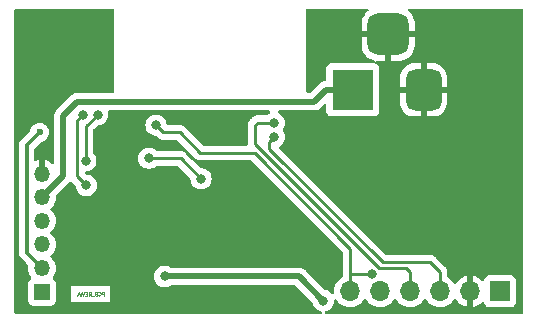
<source format=gbr>
%TF.GenerationSoftware,KiCad,Pcbnew,7.0.6*%
%TF.CreationDate,2024-04-30T22:03:54+02:00*%
%TF.ProjectId,MB-V2,4d422d56-322e-46b6-9963-61645f706362,rev?*%
%TF.SameCoordinates,Original*%
%TF.FileFunction,Copper,L2,Bot*%
%TF.FilePolarity,Positive*%
%FSLAX46Y46*%
G04 Gerber Fmt 4.6, Leading zero omitted, Abs format (unit mm)*
G04 Created by KiCad (PCBNEW 7.0.6) date 2024-04-30 22:03:54*
%MOMM*%
%LPD*%
G01*
G04 APERTURE LIST*
G04 Aperture macros list*
%AMRoundRect*
0 Rectangle with rounded corners*
0 $1 Rounding radius*
0 $2 $3 $4 $5 $6 $7 $8 $9 X,Y pos of 4 corners*
0 Add a 4 corners polygon primitive as box body*
4,1,4,$2,$3,$4,$5,$6,$7,$8,$9,$2,$3,0*
0 Add four circle primitives for the rounded corners*
1,1,$1+$1,$2,$3*
1,1,$1+$1,$4,$5*
1,1,$1+$1,$6,$7*
1,1,$1+$1,$8,$9*
0 Add four rect primitives between the rounded corners*
20,1,$1+$1,$2,$3,$4,$5,0*
20,1,$1+$1,$4,$5,$6,$7,0*
20,1,$1+$1,$6,$7,$8,$9,0*
20,1,$1+$1,$8,$9,$2,$3,0*%
G04 Aperture macros list end*
%ADD10C,0.075000*%
%TA.AperFunction,NonConductor*%
%ADD11C,0.075000*%
%TD*%
%TA.AperFunction,ComponentPad*%
%ADD12R,3.500000X3.500000*%
%TD*%
%TA.AperFunction,ComponentPad*%
%ADD13RoundRect,0.750000X0.750000X1.000000X-0.750000X1.000000X-0.750000X-1.000000X0.750000X-1.000000X0*%
%TD*%
%TA.AperFunction,ComponentPad*%
%ADD14RoundRect,0.875000X0.875000X0.875000X-0.875000X0.875000X-0.875000X-0.875000X0.875000X-0.875000X0*%
%TD*%
%TA.AperFunction,ComponentPad*%
%ADD15R,1.700000X1.700000*%
%TD*%
%TA.AperFunction,ComponentPad*%
%ADD16O,1.700000X1.700000*%
%TD*%
%TA.AperFunction,ComponentPad*%
%ADD17R,1.350000X1.350000*%
%TD*%
%TA.AperFunction,ComponentPad*%
%ADD18O,1.350000X1.350000*%
%TD*%
%TA.AperFunction,ViaPad*%
%ADD19C,0.800000*%
%TD*%
%TA.AperFunction,ViaPad*%
%ADD20C,0.600000*%
%TD*%
%TA.AperFunction,Conductor*%
%ADD21C,0.500000*%
%TD*%
%TA.AperFunction,Conductor*%
%ADD22C,0.250000*%
%TD*%
%TA.AperFunction,Conductor*%
%ADD23C,0.300000*%
%TD*%
G04 APERTURE END LIST*
D10*
D11*
X143649229Y-113719385D02*
X143649229Y-113419385D01*
X143649229Y-113419385D02*
X143534943Y-113419385D01*
X143534943Y-113419385D02*
X143506372Y-113433671D01*
X143506372Y-113433671D02*
X143492086Y-113447957D01*
X143492086Y-113447957D02*
X143477800Y-113476528D01*
X143477800Y-113476528D02*
X143477800Y-113519385D01*
X143477800Y-113519385D02*
X143492086Y-113547957D01*
X143492086Y-113547957D02*
X143506372Y-113562242D01*
X143506372Y-113562242D02*
X143534943Y-113576528D01*
X143534943Y-113576528D02*
X143649229Y-113576528D01*
X143177800Y-113690814D02*
X143192086Y-113705100D01*
X143192086Y-113705100D02*
X143234943Y-113719385D01*
X143234943Y-113719385D02*
X143263515Y-113719385D01*
X143263515Y-113719385D02*
X143306372Y-113705100D01*
X143306372Y-113705100D02*
X143334943Y-113676528D01*
X143334943Y-113676528D02*
X143349229Y-113647957D01*
X143349229Y-113647957D02*
X143363515Y-113590814D01*
X143363515Y-113590814D02*
X143363515Y-113547957D01*
X143363515Y-113547957D02*
X143349229Y-113490814D01*
X143349229Y-113490814D02*
X143334943Y-113462242D01*
X143334943Y-113462242D02*
X143306372Y-113433671D01*
X143306372Y-113433671D02*
X143263515Y-113419385D01*
X143263515Y-113419385D02*
X143234943Y-113419385D01*
X143234943Y-113419385D02*
X143192086Y-113433671D01*
X143192086Y-113433671D02*
X143177800Y-113447957D01*
X142949229Y-113562242D02*
X142906372Y-113576528D01*
X142906372Y-113576528D02*
X142892086Y-113590814D01*
X142892086Y-113590814D02*
X142877800Y-113619385D01*
X142877800Y-113619385D02*
X142877800Y-113662242D01*
X142877800Y-113662242D02*
X142892086Y-113690814D01*
X142892086Y-113690814D02*
X142906372Y-113705100D01*
X142906372Y-113705100D02*
X142934943Y-113719385D01*
X142934943Y-113719385D02*
X143049229Y-113719385D01*
X143049229Y-113719385D02*
X143049229Y-113419385D01*
X143049229Y-113419385D02*
X142949229Y-113419385D01*
X142949229Y-113419385D02*
X142920658Y-113433671D01*
X142920658Y-113433671D02*
X142906372Y-113447957D01*
X142906372Y-113447957D02*
X142892086Y-113476528D01*
X142892086Y-113476528D02*
X142892086Y-113505100D01*
X142892086Y-113505100D02*
X142906372Y-113533671D01*
X142906372Y-113533671D02*
X142920658Y-113547957D01*
X142920658Y-113547957D02*
X142949229Y-113562242D01*
X142949229Y-113562242D02*
X143049229Y-113562242D01*
X142820658Y-113747957D02*
X142592086Y-113747957D01*
X142349229Y-113719385D02*
X142449229Y-113576528D01*
X142520658Y-113719385D02*
X142520658Y-113419385D01*
X142520658Y-113419385D02*
X142406372Y-113419385D01*
X142406372Y-113419385D02*
X142377801Y-113433671D01*
X142377801Y-113433671D02*
X142363515Y-113447957D01*
X142363515Y-113447957D02*
X142349229Y-113476528D01*
X142349229Y-113476528D02*
X142349229Y-113519385D01*
X142349229Y-113519385D02*
X142363515Y-113547957D01*
X142363515Y-113547957D02*
X142377801Y-113562242D01*
X142377801Y-113562242D02*
X142406372Y-113576528D01*
X142406372Y-113576528D02*
X142520658Y-113576528D01*
X142220658Y-113562242D02*
X142120658Y-113562242D01*
X142077801Y-113719385D02*
X142220658Y-113719385D01*
X142220658Y-113719385D02*
X142220658Y-113419385D01*
X142220658Y-113419385D02*
X142077801Y-113419385D01*
X141992086Y-113419385D02*
X141892086Y-113719385D01*
X141892086Y-113719385D02*
X141792086Y-113419385D01*
X141692086Y-113690814D02*
X141677800Y-113705100D01*
X141677800Y-113705100D02*
X141692086Y-113719385D01*
X141692086Y-113719385D02*
X141706372Y-113705100D01*
X141706372Y-113705100D02*
X141692086Y-113690814D01*
X141692086Y-113690814D02*
X141692086Y-113719385D01*
X141692086Y-113533671D02*
X141677800Y-113547957D01*
X141677800Y-113547957D02*
X141692086Y-113562242D01*
X141692086Y-113562242D02*
X141706372Y-113547957D01*
X141706372Y-113547957D02*
X141692086Y-113533671D01*
X141692086Y-113533671D02*
X141692086Y-113562242D01*
X141563515Y-113633671D02*
X141420658Y-113633671D01*
X141592086Y-113719385D02*
X141492086Y-113419385D01*
X141492086Y-113419385D02*
X141392086Y-113719385D01*
D12*
%TO.P,J3,1,Pin_1*%
%TO.N,/+5V*%
X164710000Y-96307500D03*
D13*
%TO.P,J3,2,Pin_2*%
%TO.N,/GND*%
X170710000Y-96307500D03*
D14*
%TO.P,J3,3,Pin_3*%
X167710000Y-91607500D03*
%TD*%
D15*
%TO.P,J1,1,Pin_1*%
%TO.N,/3V3*%
X177180000Y-113370000D03*
D16*
%TO.P,J1,2,Pin_2*%
%TO.N,/GND*%
X174640000Y-113370000D03*
%TO.P,J1,3,Pin_3*%
%TO.N,/RX*%
X172100000Y-113370000D03*
%TO.P,J1,4,Pin_4*%
%TO.N,/TX*%
X169560000Y-113370000D03*
%TO.P,J1,5,Pin_5*%
%TO.N,/FLS*%
X167020000Y-113370000D03*
%TO.P,J1,6,Pin_6*%
%TO.N,/RST*%
X164480000Y-113370000D03*
%TD*%
D17*
%TO.P,J4,1,Pin_1*%
%TO.N,/R*%
X138400000Y-113400000D03*
D18*
%TO.P,J4,2,Pin_2*%
%TO.N,/G*%
X138400000Y-111400000D03*
%TO.P,J4,3,Pin_3*%
%TO.N,/B*%
X138400000Y-109400000D03*
%TO.P,J4,4,Pin_4*%
%TO.N,/IR*%
X138400000Y-107400000D03*
%TO.P,J4,5,Pin_5*%
%TO.N,/+5V*%
X138400000Y-105400000D03*
%TO.P,J4,6,Pin_6*%
%TO.N,/GND*%
X138400000Y-103400000D03*
%TD*%
D19*
%TO.N,/GND*%
X141950000Y-95850000D03*
X168850000Y-99100000D03*
X140700000Y-111600000D03*
X138450000Y-97700000D03*
X167050000Y-108700000D03*
X174050000Y-105700000D03*
X177250000Y-100500000D03*
X142000000Y-91600000D03*
X162600000Y-112050000D03*
%TO.N,/3V3*%
X162210000Y-114150000D03*
X148770000Y-112110000D03*
%TO.N,/RX*%
X158050000Y-100300000D03*
%TO.N,/TX*%
X158050000Y-99100000D03*
%TO.N,/RST*%
X166350000Y-111900000D03*
X148050000Y-99300000D03*
D20*
%TO.N,/G*%
X138200000Y-99900000D03*
D19*
%TO.N,Net-(U1-EN)*%
X147450000Y-102100000D03*
X151860000Y-103830000D03*
%TO.N,Net-(Q2-B)*%
X141850000Y-98400000D03*
X142150000Y-104400000D03*
%TO.N,Net-(Q3-B)*%
X143100000Y-98400000D03*
X142100000Y-102300000D03*
%TD*%
D21*
%TO.N,/+5V*%
X140200000Y-98500000D02*
X140200000Y-103600000D01*
X140200000Y-103600000D02*
X138400000Y-105400000D01*
X141400000Y-97300000D02*
X140200000Y-98500000D01*
X164710000Y-96307500D02*
X162412500Y-96307500D01*
X162412500Y-96307500D02*
X161420000Y-97300000D01*
X161420000Y-97300000D02*
X141400000Y-97300000D01*
%TO.N,/3V3*%
X162210000Y-114150000D02*
X160170000Y-112110000D01*
X160170000Y-112110000D02*
X148770000Y-112110000D01*
D22*
%TO.N,/RX*%
X167250000Y-110900000D02*
X157650000Y-101300000D01*
X157650000Y-101300000D02*
X157650000Y-100700000D01*
X172100000Y-113370000D02*
X172100000Y-111750000D01*
X172100000Y-111750000D02*
X171250000Y-110900000D01*
X157650000Y-100700000D02*
X158050000Y-100300000D01*
X171250000Y-110900000D02*
X167250000Y-110900000D01*
%TO.N,/TX*%
X169580000Y-111700000D02*
X169580000Y-113350000D01*
X156450000Y-99300000D02*
X156450000Y-100900000D01*
X156650000Y-99100000D02*
X156450000Y-99300000D01*
X166900000Y-111350000D02*
X169230000Y-111350000D01*
X169580000Y-113350000D02*
X169560000Y-113370000D01*
X169230000Y-111350000D02*
X169580000Y-111700000D01*
X156450000Y-100900000D02*
X166900000Y-111350000D01*
X158050000Y-99100000D02*
X156650000Y-99100000D01*
%TO.N,/RST*%
X150050000Y-99900000D02*
X151800000Y-101650000D01*
X164500000Y-109750000D02*
X164500000Y-111890000D01*
X148050000Y-99300000D02*
X148650000Y-99900000D01*
X164510000Y-111900000D02*
X164500000Y-111890000D01*
X166350000Y-111900000D02*
X164510000Y-111900000D01*
X148650000Y-99900000D02*
X150050000Y-99900000D01*
X164500000Y-111890000D02*
X164500000Y-112900000D01*
X156400000Y-101650000D02*
X164500000Y-109750000D01*
X151800000Y-101650000D02*
X156400000Y-101650000D01*
D23*
%TO.N,/G*%
X137100000Y-101000000D02*
X137100000Y-110100000D01*
X137100000Y-110100000D02*
X138400000Y-111400000D01*
X138200000Y-99900000D02*
X137100000Y-101000000D01*
D22*
%TO.N,Net-(U1-EN)*%
X150130000Y-102100000D02*
X147450000Y-102100000D01*
X151860000Y-103830000D02*
X150130000Y-102100000D01*
%TO.N,Net-(Q2-B)*%
X141350000Y-98900000D02*
X141350000Y-103600000D01*
X141350000Y-103600000D02*
X142150000Y-104400000D01*
X141850000Y-98400000D02*
X141350000Y-98900000D01*
%TO.N,Net-(Q3-B)*%
X142100000Y-99400000D02*
X142100000Y-102300000D01*
X143100000Y-98400000D02*
X142100000Y-99400000D01*
%TD*%
%TA.AperFunction,Conductor*%
%TO.N,/GND*%
G36*
X144473039Y-89440185D02*
G01*
X144518794Y-89492989D01*
X144530000Y-89544500D01*
X144530000Y-96425500D01*
X144510315Y-96492539D01*
X144457511Y-96538294D01*
X144406000Y-96549500D01*
X141463705Y-96549500D01*
X141445735Y-96548191D01*
X141421972Y-96544710D01*
X141376890Y-96548655D01*
X141369933Y-96549264D01*
X141364532Y-96549500D01*
X141356287Y-96549500D01*
X141330222Y-96552546D01*
X141323705Y-96553308D01*
X141318403Y-96553771D01*
X141247201Y-96560001D01*
X141240134Y-96561461D01*
X141240122Y-96561404D01*
X141232753Y-96563038D01*
X141232767Y-96563095D01*
X141225739Y-96564760D01*
X141153567Y-96591028D01*
X141153568Y-96591028D01*
X141080665Y-96615186D01*
X141080663Y-96615186D01*
X141080660Y-96615188D01*
X141074123Y-96618236D01*
X141074098Y-96618184D01*
X141067310Y-96621470D01*
X141067336Y-96621521D01*
X141060885Y-96624761D01*
X140996723Y-96666961D01*
X140931346Y-96707285D01*
X140925682Y-96711765D01*
X140925646Y-96711719D01*
X140919798Y-96716484D01*
X140919835Y-96716528D01*
X140914310Y-96721164D01*
X140861614Y-96777017D01*
X139714358Y-97924272D01*
X139700729Y-97936051D01*
X139681468Y-97950390D01*
X139647898Y-97990397D01*
X139644253Y-97994376D01*
X139638409Y-98000222D01*
X139618059Y-98025959D01*
X139568695Y-98084789D01*
X139564729Y-98090819D01*
X139564682Y-98090788D01*
X139560630Y-98097147D01*
X139560679Y-98097177D01*
X139556889Y-98103321D01*
X139524424Y-98172941D01*
X139489960Y-98241566D01*
X139487488Y-98248357D01*
X139487432Y-98248336D01*
X139484960Y-98255450D01*
X139485015Y-98255469D01*
X139482742Y-98262327D01*
X139480964Y-98270940D01*
X139467207Y-98337565D01*
X139454001Y-98393284D01*
X139449498Y-98412286D01*
X139448661Y-98419454D01*
X139448601Y-98419447D01*
X139447835Y-98426945D01*
X139447895Y-98426951D01*
X139447265Y-98434140D01*
X139449500Y-98510916D01*
X139449500Y-102485944D01*
X139429815Y-102552983D01*
X139377011Y-102598738D01*
X139307853Y-102608682D01*
X139244297Y-102579657D01*
X139241962Y-102577582D01*
X139111127Y-102458312D01*
X138925987Y-102343677D01*
X138925985Y-102343676D01*
X138722931Y-102265013D01*
X138722921Y-102265010D01*
X138650001Y-102251378D01*
X138650000Y-102251379D01*
X138650000Y-103084314D01*
X138638045Y-103072359D01*
X138525148Y-103014835D01*
X138431481Y-103000000D01*
X138368519Y-103000000D01*
X138274852Y-103014835D01*
X138161955Y-103072359D01*
X138150000Y-103084313D01*
X138150000Y-102251379D01*
X138149998Y-102251378D01*
X138077078Y-102265010D01*
X138077068Y-102265013D01*
X137919294Y-102326135D01*
X137849670Y-102331997D01*
X137787930Y-102299287D01*
X137753675Y-102238390D01*
X137750500Y-102210508D01*
X137750500Y-101320807D01*
X137770185Y-101253768D01*
X137786819Y-101233126D01*
X138040542Y-100979403D01*
X138298224Y-100721720D01*
X138359545Y-100688237D01*
X138372019Y-100686183D01*
X138379255Y-100685368D01*
X138549522Y-100625789D01*
X138702262Y-100529816D01*
X138829816Y-100402262D01*
X138925789Y-100249522D01*
X138985368Y-100079255D01*
X139001991Y-99931722D01*
X139005565Y-99900003D01*
X139005565Y-99899996D01*
X138985369Y-99720750D01*
X138985368Y-99720745D01*
X138925788Y-99550476D01*
X138850012Y-99429880D01*
X138829816Y-99397738D01*
X138702262Y-99270184D01*
X138686715Y-99260415D01*
X138549523Y-99174211D01*
X138379254Y-99114631D01*
X138379249Y-99114630D01*
X138200004Y-99094435D01*
X138199996Y-99094435D01*
X138020750Y-99114630D01*
X138020745Y-99114631D01*
X137850476Y-99174211D01*
X137697737Y-99270184D01*
X137570184Y-99397737D01*
X137474210Y-99550478D01*
X137414632Y-99720744D01*
X137414630Y-99720752D01*
X137413815Y-99727988D01*
X137386743Y-99792400D01*
X137378277Y-99801775D01*
X136700483Y-100479569D01*
X136687910Y-100489643D01*
X136688065Y-100489830D01*
X136682059Y-100494798D01*
X136672069Y-100505437D01*
X136632809Y-100547244D01*
X136621949Y-100558104D01*
X136611088Y-100568965D01*
X136611078Y-100568977D01*
X136606587Y-100574765D01*
X136602801Y-100579197D01*
X136569552Y-100614606D01*
X136559322Y-100633213D01*
X136548646Y-100649464D01*
X136535640Y-100666232D01*
X136535636Y-100666238D01*
X136516348Y-100710811D01*
X136513777Y-100716058D01*
X136490372Y-100758630D01*
X136490372Y-100758631D01*
X136485091Y-100779199D01*
X136478791Y-100797601D01*
X136470364Y-100817073D01*
X136462766Y-100865047D01*
X136461581Y-100870770D01*
X136449500Y-100917818D01*
X136449500Y-100939044D01*
X136447973Y-100958444D01*
X136444653Y-100979403D01*
X136449225Y-101027767D01*
X136449500Y-101033606D01*
X136449500Y-110014494D01*
X136447732Y-110030505D01*
X136447974Y-110030528D01*
X136447240Y-110038294D01*
X136449500Y-110110203D01*
X136449500Y-110140920D01*
X136449501Y-110140940D01*
X136450418Y-110148206D01*
X136450876Y-110154024D01*
X136452402Y-110202567D01*
X136452403Y-110202570D01*
X136458323Y-110222948D01*
X136462268Y-110241996D01*
X136464928Y-110263054D01*
X136464931Y-110263064D01*
X136482813Y-110308230D01*
X136484705Y-110313758D01*
X136498254Y-110360395D01*
X136498255Y-110360397D01*
X136509060Y-110378666D01*
X136517617Y-110396134D01*
X136523226Y-110410300D01*
X136525432Y-110415872D01*
X136553983Y-110455170D01*
X136557191Y-110460053D01*
X136575870Y-110491638D01*
X136581919Y-110501865D01*
X136581923Y-110501869D01*
X136596925Y-110516871D01*
X136609563Y-110531669D01*
X136622033Y-110548833D01*
X136622036Y-110548836D01*
X136622037Y-110548837D01*
X136659476Y-110579809D01*
X136663776Y-110583722D01*
X137053591Y-110973537D01*
X137200402Y-111120348D01*
X137233887Y-111181671D01*
X137236192Y-111219470D01*
X137219464Y-111399999D01*
X137219464Y-111400000D01*
X137239564Y-111616918D01*
X137239564Y-111616920D01*
X137239565Y-111616923D01*
X137298170Y-111822899D01*
X137299184Y-111826462D01*
X137335709Y-111899814D01*
X137396288Y-112021472D01*
X137468538Y-112117147D01*
X137477747Y-112129341D01*
X137502439Y-112194702D01*
X137487874Y-112263037D01*
X137453105Y-112303334D01*
X137367452Y-112367455D01*
X137281206Y-112482664D01*
X137281202Y-112482671D01*
X137230908Y-112617517D01*
X137228253Y-112642216D01*
X137224501Y-112677123D01*
X137224500Y-112677135D01*
X137224500Y-114122870D01*
X137224501Y-114122876D01*
X137230908Y-114182483D01*
X137281202Y-114317328D01*
X137281206Y-114317335D01*
X137367452Y-114432544D01*
X137367455Y-114432547D01*
X137482664Y-114518793D01*
X137482671Y-114518797D01*
X137617517Y-114569091D01*
X137617516Y-114569091D01*
X137624444Y-114569835D01*
X137677127Y-114575500D01*
X139122872Y-114575499D01*
X139182483Y-114569091D01*
X139317331Y-114518796D01*
X139432546Y-114432546D01*
X139518796Y-114317331D01*
X139569091Y-114182483D01*
X139575500Y-114122873D01*
X139575499Y-112878295D01*
X140853651Y-112878295D01*
X140853651Y-114285957D01*
X144190319Y-114285957D01*
X144190319Y-112878295D01*
X140853651Y-112878295D01*
X139575499Y-112878295D01*
X139575499Y-112677128D01*
X139569091Y-112617517D01*
X139552445Y-112572888D01*
X139518797Y-112482671D01*
X139518793Y-112482664D01*
X139432547Y-112367455D01*
X139432544Y-112367452D01*
X139346895Y-112303335D01*
X139305024Y-112247402D01*
X139300040Y-112177710D01*
X139322251Y-112129344D01*
X139403712Y-112021472D01*
X139500817Y-111826459D01*
X139560435Y-111616923D01*
X139580536Y-111400000D01*
X139579863Y-111392742D01*
X139574589Y-111335818D01*
X139560435Y-111183077D01*
X139500817Y-110973541D01*
X139403712Y-110778528D01*
X139272427Y-110604678D01*
X139148423Y-110491634D01*
X139112145Y-110431927D01*
X139113905Y-110362079D01*
X139148423Y-110308365D01*
X139272427Y-110195322D01*
X139403712Y-110021472D01*
X139500817Y-109826459D01*
X139560435Y-109616923D01*
X139580536Y-109400000D01*
X139560435Y-109183077D01*
X139500817Y-108973541D01*
X139403712Y-108778528D01*
X139272427Y-108604678D01*
X139272425Y-108604675D01*
X139148426Y-108491636D01*
X139112144Y-108431925D01*
X139113905Y-108362078D01*
X139148424Y-108308365D01*
X139272427Y-108195322D01*
X139403712Y-108021472D01*
X139500817Y-107826459D01*
X139560435Y-107616923D01*
X139580536Y-107400000D01*
X139560435Y-107183077D01*
X139500817Y-106973541D01*
X139403712Y-106778528D01*
X139272427Y-106604678D01*
X139148423Y-106491634D01*
X139112145Y-106431927D01*
X139113905Y-106362079D01*
X139148423Y-106308365D01*
X139272427Y-106195322D01*
X139403712Y-106021472D01*
X139500817Y-105826459D01*
X139560435Y-105616923D01*
X139580536Y-105400000D01*
X139575800Y-105348897D01*
X139589214Y-105280329D01*
X139611587Y-105249778D01*
X140685638Y-104175727D01*
X140699267Y-104163950D01*
X140718530Y-104149610D01*
X140718532Y-104149606D01*
X140718534Y-104149606D01*
X140736663Y-104127999D01*
X140752113Y-104109585D01*
X140755767Y-104105599D01*
X140761590Y-104099777D01*
X140765062Y-104095384D01*
X140822079Y-104055003D01*
X140891878Y-104051858D01*
X140950016Y-104084606D01*
X141211038Y-104345629D01*
X141244523Y-104406952D01*
X141246678Y-104420348D01*
X141254968Y-104499227D01*
X141264326Y-104588256D01*
X141264327Y-104588259D01*
X141322818Y-104768277D01*
X141322821Y-104768284D01*
X141417467Y-104932216D01*
X141544128Y-105072887D01*
X141544129Y-105072888D01*
X141697265Y-105184148D01*
X141697270Y-105184151D01*
X141870192Y-105261142D01*
X141870197Y-105261144D01*
X142055354Y-105300500D01*
X142055355Y-105300500D01*
X142244644Y-105300500D01*
X142244646Y-105300500D01*
X142429803Y-105261144D01*
X142602730Y-105184151D01*
X142755871Y-105072888D01*
X142882533Y-104932216D01*
X142977179Y-104768284D01*
X143035674Y-104588256D01*
X143055460Y-104400000D01*
X143035674Y-104211744D01*
X142977179Y-104031716D01*
X142882533Y-103867784D01*
X142755871Y-103727112D01*
X142755870Y-103727111D01*
X142602734Y-103615851D01*
X142602729Y-103615848D01*
X142429807Y-103538857D01*
X142429802Y-103538855D01*
X142284001Y-103507865D01*
X142244646Y-103499500D01*
X142244645Y-103499500D01*
X142185453Y-103499500D01*
X142118414Y-103479815D01*
X142097772Y-103463181D01*
X142046772Y-103412181D01*
X142013287Y-103350858D01*
X142018271Y-103281166D01*
X142060143Y-103225233D01*
X142125607Y-103200816D01*
X142134453Y-103200500D01*
X142194644Y-103200500D01*
X142194646Y-103200500D01*
X142379803Y-103161144D01*
X142552730Y-103084151D01*
X142705871Y-102972888D01*
X142832533Y-102832216D01*
X142927179Y-102668284D01*
X142985674Y-102488256D01*
X143005460Y-102300000D01*
X142985674Y-102111744D01*
X142981858Y-102100000D01*
X146544540Y-102100000D01*
X146564326Y-102288256D01*
X146564327Y-102288259D01*
X146622818Y-102468277D01*
X146622821Y-102468284D01*
X146717467Y-102632216D01*
X146819185Y-102745185D01*
X146844129Y-102772888D01*
X146997265Y-102884148D01*
X146997270Y-102884151D01*
X147170192Y-102961142D01*
X147170197Y-102961144D01*
X147355354Y-103000500D01*
X147355355Y-103000500D01*
X147544644Y-103000500D01*
X147544646Y-103000500D01*
X147729803Y-102961144D01*
X147902730Y-102884151D01*
X148055871Y-102772888D01*
X148058788Y-102769647D01*
X148061600Y-102766526D01*
X148121087Y-102729879D01*
X148153748Y-102725500D01*
X149819548Y-102725500D01*
X149886587Y-102745185D01*
X149907229Y-102761819D01*
X150921038Y-103775629D01*
X150954523Y-103836952D01*
X150956678Y-103850348D01*
X150958511Y-103867784D01*
X150974326Y-104018256D01*
X150974327Y-104018259D01*
X151032818Y-104198277D01*
X151032821Y-104198284D01*
X151127467Y-104362216D01*
X151254128Y-104502888D01*
X151254129Y-104502888D01*
X151407265Y-104614148D01*
X151407270Y-104614151D01*
X151580192Y-104691142D01*
X151580197Y-104691144D01*
X151765354Y-104730500D01*
X151765355Y-104730500D01*
X151954644Y-104730500D01*
X151954646Y-104730500D01*
X152139803Y-104691144D01*
X152312730Y-104614151D01*
X152465871Y-104502888D01*
X152592533Y-104362216D01*
X152687179Y-104198284D01*
X152745674Y-104018256D01*
X152765460Y-103830000D01*
X152745674Y-103641744D01*
X152687179Y-103461716D01*
X152592533Y-103297784D01*
X152465871Y-103157112D01*
X152465870Y-103157111D01*
X152312734Y-103045851D01*
X152312729Y-103045848D01*
X152139807Y-102968857D01*
X152139802Y-102968855D01*
X151994000Y-102937865D01*
X151954646Y-102929500D01*
X151954645Y-102929500D01*
X151895453Y-102929500D01*
X151828414Y-102909815D01*
X151807772Y-102893181D01*
X151189107Y-102274516D01*
X151165627Y-102231516D01*
X151129941Y-102214972D01*
X151123997Y-102209406D01*
X150630803Y-101716212D01*
X150613787Y-101694973D01*
X150613622Y-101694713D01*
X150607983Y-101675095D01*
X150593799Y-101672010D01*
X150568346Y-101653573D01*
X150565364Y-101650773D01*
X150554919Y-101640328D01*
X150544475Y-101629883D01*
X150538986Y-101625625D01*
X150534561Y-101621847D01*
X150500582Y-101589938D01*
X150500580Y-101589936D01*
X150500577Y-101589935D01*
X150483029Y-101580288D01*
X150466763Y-101569604D01*
X150450933Y-101557325D01*
X150408168Y-101538818D01*
X150402922Y-101536248D01*
X150362093Y-101513803D01*
X150362092Y-101513802D01*
X150342693Y-101508822D01*
X150324281Y-101502518D01*
X150305898Y-101494562D01*
X150305892Y-101494560D01*
X150259874Y-101487272D01*
X150254152Y-101486087D01*
X150209021Y-101474500D01*
X150209019Y-101474500D01*
X150188984Y-101474500D01*
X150169586Y-101472973D01*
X150162162Y-101471797D01*
X150149805Y-101469840D01*
X150149804Y-101469840D01*
X150103416Y-101474225D01*
X150097578Y-101474500D01*
X148153748Y-101474500D01*
X148086709Y-101454815D01*
X148061600Y-101433474D01*
X148055873Y-101427114D01*
X148055869Y-101427110D01*
X147902734Y-101315851D01*
X147902729Y-101315848D01*
X147729807Y-101238857D01*
X147729802Y-101238855D01*
X147584001Y-101207865D01*
X147544646Y-101199500D01*
X147355354Y-101199500D01*
X147339297Y-101202913D01*
X147170197Y-101238855D01*
X147170192Y-101238857D01*
X146997270Y-101315848D01*
X146997265Y-101315851D01*
X146844129Y-101427111D01*
X146717466Y-101567785D01*
X146622821Y-101731715D01*
X146622818Y-101731722D01*
X146564327Y-101911740D01*
X146564326Y-101911744D01*
X146544540Y-102100000D01*
X142981858Y-102100000D01*
X142927179Y-101931716D01*
X142832533Y-101767784D01*
X142800063Y-101731722D01*
X142757350Y-101684284D01*
X142727120Y-101621292D01*
X142725500Y-101601312D01*
X142725500Y-99710451D01*
X142745185Y-99643412D01*
X142761814Y-99622775D01*
X143047771Y-99336819D01*
X143109094Y-99303334D01*
X143135452Y-99300500D01*
X143194644Y-99300500D01*
X143194646Y-99300500D01*
X143379803Y-99261144D01*
X143552730Y-99184151D01*
X143705871Y-99072888D01*
X143832533Y-98932216D01*
X143927179Y-98768284D01*
X143985674Y-98588256D01*
X144005460Y-98400000D01*
X143985674Y-98211744D01*
X143985671Y-98211737D01*
X143984322Y-98205383D01*
X143985801Y-98205068D01*
X143984028Y-98142976D01*
X144020109Y-98083144D01*
X144082810Y-98052316D01*
X144103954Y-98050500D01*
X157609879Y-98050500D01*
X157676918Y-98070185D01*
X157722673Y-98122989D01*
X157732617Y-98192147D01*
X157703592Y-98255703D01*
X157660315Y-98287779D01*
X157597270Y-98315848D01*
X157597265Y-98315851D01*
X157444130Y-98427110D01*
X157444126Y-98427114D01*
X157438400Y-98433474D01*
X157378913Y-98470121D01*
X157346252Y-98474500D01*
X156732743Y-98474500D01*
X156717122Y-98472775D01*
X156717095Y-98473061D01*
X156709333Y-98472326D01*
X156640172Y-98474500D01*
X156610649Y-98474500D01*
X156603778Y-98475367D01*
X156597959Y-98475825D01*
X156551374Y-98477289D01*
X156551368Y-98477290D01*
X156532126Y-98482880D01*
X156513087Y-98486823D01*
X156493217Y-98489334D01*
X156493203Y-98489337D01*
X156449883Y-98506488D01*
X156444358Y-98508380D01*
X156399613Y-98521380D01*
X156399610Y-98521381D01*
X156382366Y-98531579D01*
X156364905Y-98540133D01*
X156346274Y-98547510D01*
X156346262Y-98547517D01*
X156308570Y-98574902D01*
X156303687Y-98578109D01*
X156263580Y-98601829D01*
X156249414Y-98615995D01*
X156234624Y-98628627D01*
X156218414Y-98640404D01*
X156218411Y-98640407D01*
X156188715Y-98676303D01*
X156184782Y-98680625D01*
X156066204Y-98799203D01*
X156053944Y-98809027D01*
X156054126Y-98809248D01*
X156048120Y-98814216D01*
X156000771Y-98864637D01*
X155979889Y-98885519D01*
X155979877Y-98885532D01*
X155975621Y-98891017D01*
X155971837Y-98895447D01*
X155939937Y-98929418D01*
X155939936Y-98929420D01*
X155930284Y-98946976D01*
X155919610Y-98963226D01*
X155907329Y-98979061D01*
X155907324Y-98979068D01*
X155888815Y-99021838D01*
X155886245Y-99027084D01*
X155863803Y-99067906D01*
X155858822Y-99087307D01*
X155852521Y-99105710D01*
X155844562Y-99124102D01*
X155844561Y-99124105D01*
X155837271Y-99170127D01*
X155836087Y-99175846D01*
X155824501Y-99220972D01*
X155824500Y-99220982D01*
X155824500Y-99241016D01*
X155822973Y-99260413D01*
X155822249Y-99264983D01*
X155819840Y-99280194D01*
X155819840Y-99280195D01*
X155824225Y-99326583D01*
X155824500Y-99332421D01*
X155824500Y-100817255D01*
X155822775Y-100832872D01*
X155823061Y-100832899D01*
X155822326Y-100840665D01*
X155824085Y-100896605D01*
X155806516Y-100964230D01*
X155755175Y-101011621D01*
X155700146Y-101024500D01*
X152110452Y-101024500D01*
X152043413Y-101004815D01*
X152022771Y-100988181D01*
X150550803Y-99516212D01*
X150540980Y-99503950D01*
X150540759Y-99504134D01*
X150535786Y-99498123D01*
X150525279Y-99488256D01*
X150485364Y-99450773D01*
X150474919Y-99440328D01*
X150464475Y-99429883D01*
X150458986Y-99425625D01*
X150454561Y-99421847D01*
X150420582Y-99389938D01*
X150420580Y-99389936D01*
X150420577Y-99389935D01*
X150403029Y-99380288D01*
X150386763Y-99369604D01*
X150370933Y-99357325D01*
X150328168Y-99338818D01*
X150322922Y-99336248D01*
X150282093Y-99313803D01*
X150282092Y-99313802D01*
X150262693Y-99308822D01*
X150244281Y-99302518D01*
X150225898Y-99294562D01*
X150225892Y-99294560D01*
X150179874Y-99287272D01*
X150174152Y-99286087D01*
X150129021Y-99274500D01*
X150129019Y-99274500D01*
X150108984Y-99274500D01*
X150089586Y-99272973D01*
X150082162Y-99271797D01*
X150069805Y-99269840D01*
X150069804Y-99269840D01*
X150023416Y-99274225D01*
X150017578Y-99274500D01*
X149064430Y-99274500D01*
X148997391Y-99254815D01*
X148951636Y-99202011D01*
X148941110Y-99163465D01*
X148935674Y-99111744D01*
X148881112Y-98943823D01*
X148877181Y-98931722D01*
X148877180Y-98931721D01*
X148877179Y-98931716D01*
X148782533Y-98767784D01*
X148655871Y-98627112D01*
X148655870Y-98627111D01*
X148502734Y-98515851D01*
X148502729Y-98515848D01*
X148329807Y-98438857D01*
X148329802Y-98438855D01*
X148184000Y-98407865D01*
X148144646Y-98399500D01*
X147955354Y-98399500D01*
X147922897Y-98406398D01*
X147770197Y-98438855D01*
X147770192Y-98438857D01*
X147597270Y-98515848D01*
X147597265Y-98515851D01*
X147444129Y-98627111D01*
X147317466Y-98767785D01*
X147222821Y-98931715D01*
X147222818Y-98931722D01*
X147164327Y-99111740D01*
X147164326Y-99111744D01*
X147156716Y-99184151D01*
X147145112Y-99294562D01*
X147144540Y-99300000D01*
X147164326Y-99488256D01*
X147164327Y-99488259D01*
X147222818Y-99668277D01*
X147222821Y-99668284D01*
X147317467Y-99832216D01*
X147407063Y-99931722D01*
X147444129Y-99972888D01*
X147597265Y-100084148D01*
X147597270Y-100084151D01*
X147770192Y-100161142D01*
X147770197Y-100161144D01*
X147955354Y-100200500D01*
X148014547Y-100200500D01*
X148081586Y-100220185D01*
X148102228Y-100236819D01*
X148149197Y-100283788D01*
X148159022Y-100296051D01*
X148159243Y-100295869D01*
X148164214Y-100301878D01*
X148185695Y-100322049D01*
X148214635Y-100349226D01*
X148235529Y-100370120D01*
X148241011Y-100374373D01*
X148245443Y-100378157D01*
X148279418Y-100410062D01*
X148296976Y-100419714D01*
X148313235Y-100430395D01*
X148329064Y-100442673D01*
X148371838Y-100461182D01*
X148377056Y-100463738D01*
X148417908Y-100486197D01*
X148437316Y-100491180D01*
X148455717Y-100497480D01*
X148474104Y-100505437D01*
X148517488Y-100512308D01*
X148520119Y-100512725D01*
X148525839Y-100513909D01*
X148570981Y-100525500D01*
X148591016Y-100525500D01*
X148610414Y-100527026D01*
X148630194Y-100530159D01*
X148630195Y-100530160D01*
X148630195Y-100530159D01*
X148630196Y-100530160D01*
X148676583Y-100525775D01*
X148682422Y-100525500D01*
X149739548Y-100525500D01*
X149806587Y-100545185D01*
X149827229Y-100561819D01*
X150740907Y-101475497D01*
X150764379Y-101518484D01*
X150800056Y-101535024D01*
X150806000Y-101540590D01*
X151299194Y-102033784D01*
X151316210Y-102055023D01*
X151316375Y-102055283D01*
X151322017Y-102074914D01*
X151336215Y-102078003D01*
X151361669Y-102096441D01*
X151364651Y-102099241D01*
X151385530Y-102120120D01*
X151391004Y-102124366D01*
X151395442Y-102128156D01*
X151429418Y-102160062D01*
X151429422Y-102160064D01*
X151446973Y-102169713D01*
X151463231Y-102180392D01*
X151479064Y-102192674D01*
X151501015Y-102202172D01*
X151521837Y-102211183D01*
X151527081Y-102213752D01*
X151567908Y-102236197D01*
X151587312Y-102241179D01*
X151605710Y-102247478D01*
X151624105Y-102255438D01*
X151670129Y-102262726D01*
X151675832Y-102263907D01*
X151720981Y-102275500D01*
X151741016Y-102275500D01*
X151760413Y-102277026D01*
X151780196Y-102280160D01*
X151826583Y-102275775D01*
X151832422Y-102275500D01*
X156089548Y-102275500D01*
X156156587Y-102295185D01*
X156177228Y-102311819D01*
X163838182Y-109972772D01*
X163871666Y-110034093D01*
X163874500Y-110060451D01*
X163874500Y-111807255D01*
X163872775Y-111822872D01*
X163873061Y-111822899D01*
X163872326Y-111830665D01*
X163874500Y-111899814D01*
X163874500Y-112083240D01*
X163854815Y-112150279D01*
X163806443Y-112192534D01*
X163806861Y-112193257D01*
X163803191Y-112195375D01*
X163802914Y-112195618D01*
X163802173Y-112195963D01*
X163802169Y-112195965D01*
X163608597Y-112331505D01*
X163441505Y-112498597D01*
X163305965Y-112692169D01*
X163305964Y-112692171D01*
X163206098Y-112906335D01*
X163206094Y-112906344D01*
X163144938Y-113134586D01*
X163144936Y-113134596D01*
X163124341Y-113369999D01*
X163124341Y-113370002D01*
X163135619Y-113498915D01*
X163121852Y-113567415D01*
X163073237Y-113617598D01*
X163005208Y-113633531D01*
X162939365Y-113610155D01*
X162919945Y-113592697D01*
X162815871Y-113477112D01*
X162767391Y-113441889D01*
X162662734Y-113365851D01*
X162662729Y-113365848D01*
X162489807Y-113288857D01*
X162489802Y-113288855D01*
X162424669Y-113275011D01*
X162363187Y-113241818D01*
X162362769Y-113241402D01*
X160745729Y-111624361D01*
X160733949Y-111610730D01*
X160726482Y-111600701D01*
X160719612Y-111591472D01*
X160716850Y-111589154D01*
X160679587Y-111557886D01*
X160675612Y-111554244D01*
X160671250Y-111549882D01*
X160669780Y-111548411D01*
X160644040Y-111528059D01*
X160585209Y-111478694D01*
X160579180Y-111474729D01*
X160579212Y-111474680D01*
X160572853Y-111470628D01*
X160572822Y-111470679D01*
X160566680Y-111466891D01*
X160566678Y-111466890D01*
X160566677Y-111466889D01*
X160522456Y-111446268D01*
X160497058Y-111434424D01*
X160445583Y-111408573D01*
X160428433Y-111399960D01*
X160428431Y-111399959D01*
X160428430Y-111399959D01*
X160421645Y-111397489D01*
X160421665Y-111397433D01*
X160414549Y-111394959D01*
X160414531Y-111395015D01*
X160407671Y-111392742D01*
X160379841Y-111386996D01*
X160332434Y-111377207D01*
X160283472Y-111365603D01*
X160257719Y-111359499D01*
X160250547Y-111358661D01*
X160250553Y-111358601D01*
X160243055Y-111357835D01*
X160243050Y-111357895D01*
X160235860Y-111357265D01*
X160159083Y-111359500D01*
X149309337Y-111359500D01*
X149242298Y-111339815D01*
X149236452Y-111335818D01*
X149222734Y-111325851D01*
X149222729Y-111325848D01*
X149049807Y-111248857D01*
X149049802Y-111248855D01*
X148904001Y-111217865D01*
X148864646Y-111209500D01*
X148675354Y-111209500D01*
X148642897Y-111216398D01*
X148490197Y-111248855D01*
X148490192Y-111248857D01*
X148317270Y-111325848D01*
X148317265Y-111325851D01*
X148164129Y-111437111D01*
X148037466Y-111577785D01*
X147942821Y-111741715D01*
X147942818Y-111741722D01*
X147884327Y-111921740D01*
X147884326Y-111921744D01*
X147864540Y-112110000D01*
X147884326Y-112298256D01*
X147884327Y-112298259D01*
X147942818Y-112478277D01*
X147942821Y-112478284D01*
X148037467Y-112642216D01*
X148164128Y-112782888D01*
X148164129Y-112782888D01*
X148317265Y-112894148D01*
X148317270Y-112894151D01*
X148490192Y-112971142D01*
X148490197Y-112971144D01*
X148675354Y-113010500D01*
X148675355Y-113010500D01*
X148864644Y-113010500D01*
X148864646Y-113010500D01*
X149049803Y-112971144D01*
X149222730Y-112894151D01*
X149224776Y-112892664D01*
X149236452Y-112884182D01*
X149302258Y-112860702D01*
X149309337Y-112860500D01*
X159807770Y-112860500D01*
X159874809Y-112880185D01*
X159895451Y-112896819D01*
X161297228Y-114298595D01*
X161327478Y-114347958D01*
X161382818Y-114518277D01*
X161382821Y-114518284D01*
X161477467Y-114682216D01*
X161604128Y-114822888D01*
X161604129Y-114822888D01*
X161757265Y-114934148D01*
X161757270Y-114934151D01*
X161930192Y-115011142D01*
X161930197Y-115011144D01*
X161991668Y-115024210D01*
X162053150Y-115057402D01*
X162086926Y-115118565D01*
X162082274Y-115188280D01*
X162040669Y-115244412D01*
X161975322Y-115269141D01*
X161965887Y-115269500D01*
X152859000Y-115269500D01*
X136173856Y-115250143D01*
X136106840Y-115230381D01*
X136061146Y-115177524D01*
X136050000Y-115126143D01*
X136050000Y-89544500D01*
X136069685Y-89477461D01*
X136122489Y-89431706D01*
X136174000Y-89420500D01*
X144406000Y-89420500D01*
X144473039Y-89440185D01*
G37*
%TD.AperFunction*%
%TA.AperFunction,Conductor*%
G36*
X179072539Y-89440185D02*
G01*
X179118294Y-89492989D01*
X179129500Y-89544500D01*
X179129500Y-115145500D01*
X179109815Y-115212539D01*
X179057011Y-115258294D01*
X179005500Y-115269500D01*
X162454113Y-115269500D01*
X162387074Y-115249815D01*
X162341319Y-115197011D01*
X162331375Y-115127853D01*
X162360400Y-115064297D01*
X162419178Y-115026523D01*
X162428332Y-115024210D01*
X162439445Y-115021847D01*
X162489803Y-115011144D01*
X162662730Y-114934151D01*
X162815871Y-114822888D01*
X162942533Y-114682216D01*
X163037179Y-114518284D01*
X163095674Y-114338256D01*
X163114993Y-114154435D01*
X163141576Y-114089825D01*
X163198873Y-114049840D01*
X163268692Y-114047180D01*
X163328866Y-114082689D01*
X163339887Y-114096276D01*
X163441505Y-114241401D01*
X163608599Y-114408495D01*
X163705384Y-114476265D01*
X163802165Y-114544032D01*
X163802167Y-114544033D01*
X163802170Y-114544035D01*
X164016337Y-114643903D01*
X164244592Y-114705063D01*
X164421034Y-114720500D01*
X164479999Y-114725659D01*
X164480000Y-114725659D01*
X164480001Y-114725659D01*
X164538966Y-114720500D01*
X164715408Y-114705063D01*
X164943663Y-114643903D01*
X165157830Y-114544035D01*
X165351401Y-114408495D01*
X165518495Y-114241401D01*
X165648424Y-114055842D01*
X165703002Y-114012217D01*
X165772500Y-114005023D01*
X165834855Y-114036546D01*
X165851575Y-114055842D01*
X165981278Y-114241078D01*
X165981505Y-114241401D01*
X166148599Y-114408495D01*
X166245384Y-114476265D01*
X166342165Y-114544032D01*
X166342167Y-114544033D01*
X166342170Y-114544035D01*
X166556337Y-114643903D01*
X166784592Y-114705063D01*
X166961034Y-114720500D01*
X167019999Y-114725659D01*
X167020000Y-114725659D01*
X167020001Y-114725659D01*
X167078966Y-114720500D01*
X167255408Y-114705063D01*
X167483663Y-114643903D01*
X167697830Y-114544035D01*
X167891401Y-114408495D01*
X168058495Y-114241401D01*
X168188424Y-114055842D01*
X168243002Y-114012217D01*
X168312500Y-114005023D01*
X168374855Y-114036546D01*
X168391575Y-114055842D01*
X168521278Y-114241078D01*
X168521505Y-114241401D01*
X168688599Y-114408495D01*
X168785384Y-114476265D01*
X168882165Y-114544032D01*
X168882167Y-114544033D01*
X168882170Y-114544035D01*
X169096337Y-114643903D01*
X169324592Y-114705063D01*
X169501034Y-114720500D01*
X169559999Y-114725659D01*
X169560000Y-114725659D01*
X169560001Y-114725659D01*
X169618966Y-114720500D01*
X169795408Y-114705063D01*
X170023663Y-114643903D01*
X170237830Y-114544035D01*
X170431401Y-114408495D01*
X170598495Y-114241401D01*
X170728424Y-114055842D01*
X170783002Y-114012217D01*
X170852500Y-114005023D01*
X170914855Y-114036546D01*
X170931575Y-114055842D01*
X171061278Y-114241078D01*
X171061505Y-114241401D01*
X171228599Y-114408495D01*
X171325384Y-114476265D01*
X171422165Y-114544032D01*
X171422167Y-114544033D01*
X171422170Y-114544035D01*
X171636337Y-114643903D01*
X171864592Y-114705063D01*
X172041034Y-114720500D01*
X172099999Y-114725659D01*
X172100000Y-114725659D01*
X172100001Y-114725659D01*
X172158966Y-114720500D01*
X172335408Y-114705063D01*
X172563663Y-114643903D01*
X172777830Y-114544035D01*
X172971401Y-114408495D01*
X173138495Y-114241401D01*
X173268730Y-114055405D01*
X173323307Y-114011781D01*
X173392805Y-114004587D01*
X173455160Y-114036110D01*
X173471879Y-114055405D01*
X173601890Y-114241078D01*
X173768917Y-114408105D01*
X173962421Y-114543600D01*
X174176507Y-114643429D01*
X174176516Y-114643433D01*
X174390000Y-114700634D01*
X174390000Y-113805501D01*
X174497685Y-113854680D01*
X174604237Y-113870000D01*
X174675763Y-113870000D01*
X174782315Y-113854680D01*
X174890000Y-113805501D01*
X174890000Y-114700633D01*
X175103483Y-114643433D01*
X175103492Y-114643429D01*
X175317578Y-114543600D01*
X175511078Y-114408108D01*
X175633133Y-114286053D01*
X175694456Y-114252568D01*
X175764148Y-114257552D01*
X175820082Y-114299423D01*
X175836997Y-114330401D01*
X175886202Y-114462328D01*
X175886206Y-114462335D01*
X175972452Y-114577544D01*
X175972455Y-114577547D01*
X176087664Y-114663793D01*
X176087671Y-114663797D01*
X176222517Y-114714091D01*
X176222516Y-114714091D01*
X176229444Y-114714835D01*
X176282127Y-114720500D01*
X178077872Y-114720499D01*
X178137483Y-114714091D01*
X178272331Y-114663796D01*
X178387546Y-114577546D01*
X178473796Y-114462331D01*
X178524091Y-114327483D01*
X178530500Y-114267873D01*
X178530499Y-112472128D01*
X178524091Y-112412517D01*
X178523002Y-112409598D01*
X178473797Y-112277671D01*
X178473793Y-112277664D01*
X178387547Y-112162455D01*
X178387544Y-112162452D01*
X178272335Y-112076206D01*
X178272328Y-112076202D01*
X178137482Y-112025908D01*
X178137483Y-112025908D01*
X178077883Y-112019501D01*
X178077881Y-112019500D01*
X178077873Y-112019500D01*
X178077864Y-112019500D01*
X176282129Y-112019500D01*
X176282123Y-112019501D01*
X176222516Y-112025908D01*
X176087671Y-112076202D01*
X176087664Y-112076206D01*
X175972455Y-112162452D01*
X175972452Y-112162455D01*
X175886206Y-112277664D01*
X175886202Y-112277671D01*
X175836997Y-112409598D01*
X175795126Y-112465532D01*
X175729661Y-112489949D01*
X175661388Y-112475097D01*
X175633134Y-112453946D01*
X175511082Y-112331894D01*
X175317578Y-112196399D01*
X175103492Y-112096570D01*
X175103486Y-112096567D01*
X174890000Y-112039364D01*
X174890000Y-112934498D01*
X174782315Y-112885320D01*
X174675763Y-112870000D01*
X174604237Y-112870000D01*
X174497685Y-112885320D01*
X174390000Y-112934498D01*
X174390000Y-112039364D01*
X174389999Y-112039364D01*
X174176513Y-112096567D01*
X174176507Y-112096570D01*
X173962422Y-112196399D01*
X173962420Y-112196400D01*
X173768926Y-112331886D01*
X173768920Y-112331891D01*
X173601891Y-112498920D01*
X173601890Y-112498922D01*
X173471880Y-112684595D01*
X173417303Y-112728219D01*
X173347804Y-112735412D01*
X173285450Y-112703890D01*
X173268730Y-112684594D01*
X173138494Y-112498597D01*
X172971402Y-112331506D01*
X172971401Y-112331505D01*
X172838093Y-112238161D01*
X172778376Y-112196347D01*
X172734751Y-112141770D01*
X172725500Y-112094772D01*
X172725500Y-111832742D01*
X172727224Y-111817122D01*
X172726939Y-111817095D01*
X172727673Y-111809333D01*
X172725549Y-111741716D01*
X172725500Y-111740171D01*
X172725500Y-111710650D01*
X172724631Y-111703779D01*
X172724173Y-111697952D01*
X172722710Y-111651373D01*
X172717119Y-111632130D01*
X172713173Y-111613078D01*
X172710664Y-111593208D01*
X172693504Y-111549867D01*
X172691624Y-111544379D01*
X172678618Y-111499610D01*
X172668422Y-111482370D01*
X172659861Y-111464894D01*
X172652487Y-111446270D01*
X172652486Y-111446268D01*
X172625079Y-111408545D01*
X172621888Y-111403686D01*
X172619708Y-111400000D01*
X172598170Y-111363580D01*
X172598168Y-111363578D01*
X172598165Y-111363574D01*
X172584006Y-111349415D01*
X172571368Y-111334619D01*
X172564998Y-111325851D01*
X172559594Y-111318413D01*
X172523688Y-111288709D01*
X172519376Y-111284786D01*
X171750803Y-110516212D01*
X171740980Y-110503950D01*
X171740759Y-110504134D01*
X171735786Y-110498123D01*
X171695284Y-110460089D01*
X171685364Y-110450773D01*
X171674919Y-110440328D01*
X171664475Y-110429883D01*
X171658986Y-110425625D01*
X171654561Y-110421847D01*
X171620582Y-110389938D01*
X171620580Y-110389936D01*
X171620577Y-110389935D01*
X171603029Y-110380288D01*
X171586763Y-110369604D01*
X171574895Y-110360398D01*
X171570936Y-110357327D01*
X171570935Y-110357326D01*
X171570933Y-110357325D01*
X171528168Y-110338818D01*
X171522922Y-110336248D01*
X171482093Y-110313803D01*
X171482092Y-110313802D01*
X171462693Y-110308822D01*
X171444281Y-110302518D01*
X171425898Y-110294562D01*
X171425892Y-110294560D01*
X171379874Y-110287272D01*
X171374152Y-110286087D01*
X171329021Y-110274500D01*
X171329019Y-110274500D01*
X171308984Y-110274500D01*
X171289586Y-110272973D01*
X171282162Y-110271797D01*
X171269805Y-110269840D01*
X171269804Y-110269840D01*
X171223416Y-110274225D01*
X171217578Y-110274500D01*
X167560453Y-110274500D01*
X167493414Y-110254815D01*
X167472772Y-110238181D01*
X158498827Y-101264236D01*
X158465342Y-101202913D01*
X158470326Y-101133221D01*
X158512198Y-101077288D01*
X158513623Y-101076237D01*
X158543820Y-101054297D01*
X158655871Y-100972888D01*
X158782533Y-100832216D01*
X158877179Y-100668284D01*
X158935674Y-100488256D01*
X158955460Y-100300000D01*
X158935674Y-100111744D01*
X158877179Y-99931716D01*
X158782533Y-99767784D01*
X158779284Y-99762156D01*
X158781929Y-99760628D01*
X158762779Y-99707421D01*
X158778417Y-99639323D01*
X158779344Y-99637879D01*
X158779284Y-99637844D01*
X158829724Y-99550478D01*
X158877179Y-99468284D01*
X158935674Y-99288256D01*
X158955460Y-99100000D01*
X158935674Y-98911744D01*
X158877179Y-98731716D01*
X158782533Y-98567784D01*
X158655871Y-98427112D01*
X158655870Y-98427111D01*
X158502734Y-98315851D01*
X158502729Y-98315848D01*
X158439685Y-98287779D01*
X158386448Y-98242529D01*
X158366127Y-98175679D01*
X158385173Y-98108456D01*
X158437539Y-98062201D01*
X158490121Y-98050500D01*
X161356295Y-98050500D01*
X161374265Y-98051809D01*
X161398023Y-98055289D01*
X161450068Y-98050735D01*
X161455470Y-98050500D01*
X161463704Y-98050500D01*
X161463709Y-98050500D01*
X161475327Y-98049141D01*
X161496276Y-98046693D01*
X161509028Y-98045577D01*
X161572797Y-98039999D01*
X161572805Y-98039996D01*
X161579866Y-98038539D01*
X161579878Y-98038598D01*
X161587243Y-98036965D01*
X161587229Y-98036906D01*
X161594246Y-98035241D01*
X161594255Y-98035241D01*
X161666423Y-98008974D01*
X161739334Y-97984814D01*
X161739343Y-97984807D01*
X161745882Y-97981760D01*
X161745908Y-97981816D01*
X161752690Y-97978532D01*
X161752663Y-97978478D01*
X161759106Y-97975240D01*
X161759117Y-97975237D01*
X161823283Y-97933034D01*
X161888656Y-97892712D01*
X161888662Y-97892705D01*
X161894325Y-97888229D01*
X161894363Y-97888277D01*
X161900200Y-97883522D01*
X161900161Y-97883475D01*
X161905696Y-97878830D01*
X161958385Y-97822983D01*
X162247819Y-97533548D01*
X162309142Y-97500063D01*
X162378833Y-97505047D01*
X162434767Y-97546918D01*
X162459184Y-97612383D01*
X162459500Y-97621229D01*
X162459500Y-98105370D01*
X162459501Y-98105376D01*
X162465908Y-98164983D01*
X162516202Y-98299828D01*
X162516206Y-98299835D01*
X162602452Y-98415044D01*
X162602455Y-98415047D01*
X162717664Y-98501293D01*
X162717671Y-98501297D01*
X162852517Y-98551591D01*
X162852516Y-98551591D01*
X162859444Y-98552335D01*
X162912127Y-98558000D01*
X166507872Y-98557999D01*
X166567483Y-98551591D01*
X166702331Y-98501296D01*
X166817546Y-98415046D01*
X166903796Y-98299831D01*
X166954091Y-98164983D01*
X166960500Y-98105373D01*
X166960499Y-96057500D01*
X168710000Y-96057500D01*
X170210000Y-96057500D01*
X170210000Y-96557500D01*
X168710001Y-96557500D01*
X168710001Y-97371692D01*
X168720400Y-97503832D01*
X168775377Y-97722019D01*
X168868428Y-97926874D01*
X168868431Y-97926880D01*
X168996559Y-98111823D01*
X168996569Y-98111835D01*
X169155664Y-98270930D01*
X169155676Y-98270940D01*
X169340619Y-98399068D01*
X169340625Y-98399071D01*
X169545480Y-98492122D01*
X169763667Y-98547099D01*
X169895807Y-98557500D01*
X170459999Y-98557499D01*
X170460000Y-98557498D01*
X170460000Y-97741186D01*
X170500156Y-97766993D01*
X170638111Y-97807500D01*
X170781889Y-97807500D01*
X170919844Y-97766993D01*
X170960000Y-97741186D01*
X170960000Y-98557499D01*
X171524192Y-98557499D01*
X171656332Y-98547099D01*
X171874519Y-98492122D01*
X172079374Y-98399071D01*
X172079380Y-98399068D01*
X172264323Y-98270940D01*
X172264335Y-98270930D01*
X172423430Y-98111835D01*
X172423440Y-98111823D01*
X172551568Y-97926880D01*
X172551571Y-97926874D01*
X172644622Y-97722019D01*
X172699599Y-97503832D01*
X172710000Y-97371694D01*
X172710000Y-96557500D01*
X171210000Y-96557500D01*
X171210000Y-96057500D01*
X172709999Y-96057500D01*
X172709999Y-95243308D01*
X172699599Y-95111167D01*
X172644622Y-94892980D01*
X172551571Y-94688125D01*
X172551568Y-94688119D01*
X172423440Y-94503176D01*
X172423430Y-94503164D01*
X172264335Y-94344069D01*
X172264323Y-94344059D01*
X172079380Y-94215931D01*
X172079374Y-94215928D01*
X171874519Y-94122877D01*
X171656332Y-94067900D01*
X171524194Y-94057500D01*
X170960000Y-94057500D01*
X170960000Y-94873813D01*
X170919844Y-94848007D01*
X170781889Y-94807500D01*
X170638111Y-94807500D01*
X170500156Y-94848007D01*
X170460000Y-94873813D01*
X170460000Y-94057500D01*
X170459999Y-94057500D01*
X169895808Y-94057501D01*
X169763667Y-94067900D01*
X169545480Y-94122877D01*
X169340625Y-94215928D01*
X169340619Y-94215931D01*
X169155676Y-94344059D01*
X169155664Y-94344069D01*
X168996569Y-94503164D01*
X168996559Y-94503176D01*
X168868431Y-94688119D01*
X168868428Y-94688125D01*
X168775377Y-94892980D01*
X168720400Y-95111167D01*
X168710000Y-95243306D01*
X168710000Y-96057500D01*
X166960499Y-96057500D01*
X166960499Y-94509628D01*
X166954091Y-94450017D01*
X166914571Y-94344059D01*
X166903797Y-94315171D01*
X166903793Y-94315164D01*
X166817547Y-94199955D01*
X166817544Y-94199952D01*
X166702335Y-94113706D01*
X166702328Y-94113702D01*
X166653492Y-94095488D01*
X166597558Y-94053617D01*
X166573141Y-93988153D01*
X166587992Y-93919880D01*
X166637397Y-93870474D01*
X166703404Y-93855481D01*
X166741408Y-93857499D01*
X167459999Y-93857499D01*
X167460000Y-93857498D01*
X167460000Y-92107500D01*
X167960000Y-92107500D01*
X167960000Y-93857499D01*
X168678591Y-93857499D01*
X168731190Y-93854705D01*
X168960987Y-93810262D01*
X169179975Y-93727620D01*
X169381841Y-93609160D01*
X169381848Y-93609155D01*
X169560786Y-93458288D01*
X169560788Y-93458286D01*
X169711655Y-93279348D01*
X169711660Y-93279341D01*
X169830120Y-93077475D01*
X169912762Y-92858487D01*
X169957205Y-92628691D01*
X169957205Y-92628690D01*
X169960000Y-92576091D01*
X169960000Y-91857500D01*
X169143686Y-91857500D01*
X169169493Y-91817344D01*
X169210000Y-91679389D01*
X169210000Y-91535611D01*
X169169493Y-91397656D01*
X169143686Y-91357500D01*
X169959999Y-91357500D01*
X169959999Y-90638909D01*
X169957205Y-90586309D01*
X169912762Y-90356512D01*
X169830120Y-90137524D01*
X169711660Y-89935658D01*
X169711655Y-89935651D01*
X169560788Y-89756713D01*
X169560786Y-89756711D01*
X169421530Y-89639301D01*
X169382965Y-89581039D01*
X169382021Y-89511176D01*
X169418998Y-89451893D01*
X169482155Y-89422012D01*
X169501459Y-89420500D01*
X179005500Y-89420500D01*
X179072539Y-89440185D01*
G37*
%TD.AperFunction*%
%TA.AperFunction,Conductor*%
G36*
X165985580Y-89440185D02*
G01*
X166031335Y-89492989D01*
X166041279Y-89562147D01*
X166012254Y-89625703D01*
X165998470Y-89639301D01*
X165859213Y-89756711D01*
X165859211Y-89756713D01*
X165708344Y-89935651D01*
X165708339Y-89935658D01*
X165589879Y-90137524D01*
X165507237Y-90356512D01*
X165462794Y-90586308D01*
X165462794Y-90586309D01*
X165460000Y-90638909D01*
X165460000Y-91357500D01*
X166276314Y-91357500D01*
X166250507Y-91397656D01*
X166210000Y-91535611D01*
X166210000Y-91679389D01*
X166250507Y-91817344D01*
X166276314Y-91857500D01*
X165460001Y-91857500D01*
X165460001Y-92576091D01*
X165462794Y-92628690D01*
X165507237Y-92858487D01*
X165589879Y-93077475D01*
X165708339Y-93279341D01*
X165708344Y-93279348D01*
X165859211Y-93458286D01*
X165859213Y-93458288D01*
X166038151Y-93609155D01*
X166038158Y-93609160D01*
X166240024Y-93727620D01*
X166459012Y-93810262D01*
X166464150Y-93811256D01*
X166526232Y-93843312D01*
X166561127Y-93903844D01*
X166557758Y-93973632D01*
X166517193Y-94030520D01*
X166452311Y-94056446D01*
X166440604Y-94057000D01*
X162912129Y-94057000D01*
X162912123Y-94057001D01*
X162852516Y-94063408D01*
X162717671Y-94113702D01*
X162717664Y-94113706D01*
X162602455Y-94199952D01*
X162602452Y-94199955D01*
X162516206Y-94315164D01*
X162516202Y-94315171D01*
X162465908Y-94450017D01*
X162459501Y-94509616D01*
X162459501Y-94509623D01*
X162459500Y-94509635D01*
X162459500Y-95436046D01*
X162439815Y-95503085D01*
X162387011Y-95548840D01*
X162349901Y-95559207D01*
X162342142Y-95560114D01*
X162336224Y-95560806D01*
X162297963Y-95564153D01*
X162259699Y-95567501D01*
X162252632Y-95568960D01*
X162252620Y-95568904D01*
X162245263Y-95570535D01*
X162245277Y-95570592D01*
X162238243Y-95572259D01*
X162166075Y-95598525D01*
X162093175Y-95622681D01*
X162086626Y-95625736D01*
X162086601Y-95625683D01*
X162079808Y-95628971D01*
X162079834Y-95629023D01*
X162073380Y-95632264D01*
X162009208Y-95674471D01*
X161943847Y-95714785D01*
X161938183Y-95719265D01*
X161938147Y-95719219D01*
X161932298Y-95723984D01*
X161932335Y-95724028D01*
X161926810Y-95728664D01*
X161874098Y-95784534D01*
X161145451Y-96513181D01*
X161084128Y-96546666D01*
X161057770Y-96549500D01*
X160894000Y-96549500D01*
X160826961Y-96529815D01*
X160781206Y-96477011D01*
X160770000Y-96425500D01*
X160770000Y-89544500D01*
X160789685Y-89477461D01*
X160842489Y-89431706D01*
X160894000Y-89420500D01*
X165918541Y-89420500D01*
X165985580Y-89440185D01*
G37*
%TD.AperFunction*%
%TD*%
M02*

</source>
